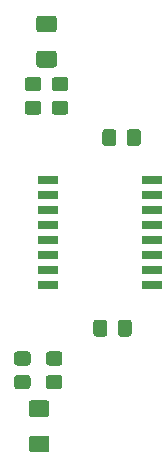
<source format=gtp>
G04 #@! TF.GenerationSoftware,KiCad,Pcbnew,(5.1.12)-1*
G04 #@! TF.CreationDate,2021-12-16T15:17:12+01:00*
G04 #@! TF.ProjectId,rj45_mag_sma,726a3435-5f6d-4616-975f-736d612e6b69,rev?*
G04 #@! TF.SameCoordinates,Original*
G04 #@! TF.FileFunction,Paste,Top*
G04 #@! TF.FilePolarity,Positive*
%FSLAX46Y46*%
G04 Gerber Fmt 4.6, Leading zero omitted, Abs format (unit mm)*
G04 Created by KiCad (PCBNEW (5.1.12)-1) date 2021-12-16 15:17:12*
%MOMM*%
%LPD*%
G01*
G04 APERTURE LIST*
%ADD10R,1.700000X0.760000*%
G04 APERTURE END LIST*
D10*
X119120200Y-92633800D03*
X119120200Y-93903800D03*
X119120200Y-95173800D03*
X119120200Y-96443800D03*
X119120200Y-100253800D03*
X119120200Y-97713800D03*
X119120200Y-98983800D03*
X119120200Y-101523800D03*
X127920200Y-95173800D03*
X127920200Y-98983800D03*
X127920200Y-101523800D03*
X127920200Y-93903800D03*
X127920200Y-100253800D03*
X127920200Y-96443800D03*
X127920200Y-92633800D03*
X127920200Y-97713800D03*
G36*
G01*
X119183999Y-107128000D02*
X120084001Y-107128000D01*
G75*
G02*
X120334000Y-107377999I0J-249999D01*
G01*
X120334000Y-108078001D01*
G75*
G02*
X120084001Y-108328000I-249999J0D01*
G01*
X119183999Y-108328000D01*
G75*
G02*
X118934000Y-108078001I0J249999D01*
G01*
X118934000Y-107377999D01*
G75*
G02*
X119183999Y-107128000I249999J0D01*
G01*
G37*
G36*
G01*
X119183999Y-109128000D02*
X120084001Y-109128000D01*
G75*
G02*
X120334000Y-109377999I0J-249999D01*
G01*
X120334000Y-110078001D01*
G75*
G02*
X120084001Y-110328000I-249999J0D01*
G01*
X119183999Y-110328000D01*
G75*
G02*
X118934000Y-110078001I0J249999D01*
G01*
X118934000Y-109377999D01*
G75*
G02*
X119183999Y-109128000I249999J0D01*
G01*
G37*
G36*
G01*
X116491599Y-109128000D02*
X117391601Y-109128000D01*
G75*
G02*
X117641600Y-109377999I0J-249999D01*
G01*
X117641600Y-110078001D01*
G75*
G02*
X117391601Y-110328000I-249999J0D01*
G01*
X116491599Y-110328000D01*
G75*
G02*
X116241600Y-110078001I0J249999D01*
G01*
X116241600Y-109377999D01*
G75*
G02*
X116491599Y-109128000I249999J0D01*
G01*
G37*
G36*
G01*
X116491599Y-107128000D02*
X117391601Y-107128000D01*
G75*
G02*
X117641600Y-107377999I0J-249999D01*
G01*
X117641600Y-108078001D01*
G75*
G02*
X117391601Y-108328000I-249999J0D01*
G01*
X116491599Y-108328000D01*
G75*
G02*
X116241600Y-108078001I0J249999D01*
G01*
X116241600Y-107377999D01*
G75*
G02*
X116491599Y-107128000I249999J0D01*
G01*
G37*
G36*
G01*
X117739000Y-111276100D02*
X118989000Y-111276100D01*
G75*
G02*
X119239000Y-111526100I0J-250000D01*
G01*
X119239000Y-112451100D01*
G75*
G02*
X118989000Y-112701100I-250000J0D01*
G01*
X117739000Y-112701100D01*
G75*
G02*
X117489000Y-112451100I0J250000D01*
G01*
X117489000Y-111526100D01*
G75*
G02*
X117739000Y-111276100I250000J0D01*
G01*
G37*
G36*
G01*
X117739000Y-114251100D02*
X118989000Y-114251100D01*
G75*
G02*
X119239000Y-114501100I0J-250000D01*
G01*
X119239000Y-115426100D01*
G75*
G02*
X118989000Y-115676100I-250000J0D01*
G01*
X117739000Y-115676100D01*
G75*
G02*
X117489000Y-115426100I0J250000D01*
G01*
X117489000Y-114501100D01*
G75*
G02*
X117739000Y-114251100I250000J0D01*
G01*
G37*
G36*
G01*
X126212000Y-104681000D02*
X126212000Y-105631000D01*
G75*
G02*
X125962000Y-105881000I-250000J0D01*
G01*
X125287000Y-105881000D01*
G75*
G02*
X125037000Y-105631000I0J250000D01*
G01*
X125037000Y-104681000D01*
G75*
G02*
X125287000Y-104431000I250000J0D01*
G01*
X125962000Y-104431000D01*
G75*
G02*
X126212000Y-104681000I0J-250000D01*
G01*
G37*
G36*
G01*
X124137000Y-104681000D02*
X124137000Y-105631000D01*
G75*
G02*
X123887000Y-105881000I-250000J0D01*
G01*
X123212000Y-105881000D01*
G75*
G02*
X122962000Y-105631000I0J250000D01*
G01*
X122962000Y-104681000D01*
G75*
G02*
X123212000Y-104431000I250000J0D01*
G01*
X123887000Y-104431000D01*
G75*
G02*
X124137000Y-104681000I0J-250000D01*
G01*
G37*
G36*
G01*
X124899000Y-88552000D02*
X124899000Y-89502000D01*
G75*
G02*
X124649000Y-89752000I-250000J0D01*
G01*
X123974000Y-89752000D01*
G75*
G02*
X123724000Y-89502000I0J250000D01*
G01*
X123724000Y-88552000D01*
G75*
G02*
X123974000Y-88302000I250000J0D01*
G01*
X124649000Y-88302000D01*
G75*
G02*
X124899000Y-88552000I0J-250000D01*
G01*
G37*
G36*
G01*
X126974000Y-88552000D02*
X126974000Y-89502000D01*
G75*
G02*
X126724000Y-89752000I-250000J0D01*
G01*
X126049000Y-89752000D01*
G75*
G02*
X125799000Y-89502000I0J250000D01*
G01*
X125799000Y-88552000D01*
G75*
G02*
X126049000Y-88302000I250000J0D01*
G01*
X126724000Y-88302000D01*
G75*
G02*
X126974000Y-88552000I0J-250000D01*
G01*
G37*
G36*
G01*
X119624000Y-83099000D02*
X118374000Y-83099000D01*
G75*
G02*
X118124000Y-82849000I0J250000D01*
G01*
X118124000Y-81924000D01*
G75*
G02*
X118374000Y-81674000I250000J0D01*
G01*
X119624000Y-81674000D01*
G75*
G02*
X119874000Y-81924000I0J-250000D01*
G01*
X119874000Y-82849000D01*
G75*
G02*
X119624000Y-83099000I-250000J0D01*
G01*
G37*
G36*
G01*
X119624000Y-80124000D02*
X118374000Y-80124000D01*
G75*
G02*
X118124000Y-79874000I0J250000D01*
G01*
X118124000Y-78949000D01*
G75*
G02*
X118374000Y-78699000I250000J0D01*
G01*
X119624000Y-78699000D01*
G75*
G02*
X119874000Y-78949000I0J-250000D01*
G01*
X119874000Y-79874000D01*
G75*
G02*
X119624000Y-80124000I-250000J0D01*
G01*
G37*
G36*
G01*
X118306001Y-87095999D02*
X117405999Y-87095999D01*
G75*
G02*
X117156000Y-86846000I0J249999D01*
G01*
X117156000Y-86145998D01*
G75*
G02*
X117405999Y-85895999I249999J0D01*
G01*
X118306001Y-85895999D01*
G75*
G02*
X118556000Y-86145998I0J-249999D01*
G01*
X118556000Y-86846000D01*
G75*
G02*
X118306001Y-87095999I-249999J0D01*
G01*
G37*
G36*
G01*
X118306001Y-85095999D02*
X117405999Y-85095999D01*
G75*
G02*
X117156000Y-84846000I0J249999D01*
G01*
X117156000Y-84145998D01*
G75*
G02*
X117405999Y-83895999I249999J0D01*
G01*
X118306001Y-83895999D01*
G75*
G02*
X118556000Y-84145998I0J-249999D01*
G01*
X118556000Y-84846000D01*
G75*
G02*
X118306001Y-85095999I-249999J0D01*
G01*
G37*
G36*
G01*
X120592001Y-85095999D02*
X119691999Y-85095999D01*
G75*
G02*
X119442000Y-84846000I0J249999D01*
G01*
X119442000Y-84145998D01*
G75*
G02*
X119691999Y-83895999I249999J0D01*
G01*
X120592001Y-83895999D01*
G75*
G02*
X120842000Y-84145998I0J-249999D01*
G01*
X120842000Y-84846000D01*
G75*
G02*
X120592001Y-85095999I-249999J0D01*
G01*
G37*
G36*
G01*
X120592001Y-87095999D02*
X119691999Y-87095999D01*
G75*
G02*
X119442000Y-86846000I0J249999D01*
G01*
X119442000Y-86145998D01*
G75*
G02*
X119691999Y-85895999I249999J0D01*
G01*
X120592001Y-85895999D01*
G75*
G02*
X120842000Y-86145998I0J-249999D01*
G01*
X120842000Y-86846000D01*
G75*
G02*
X120592001Y-87095999I-249999J0D01*
G01*
G37*
M02*

</source>
